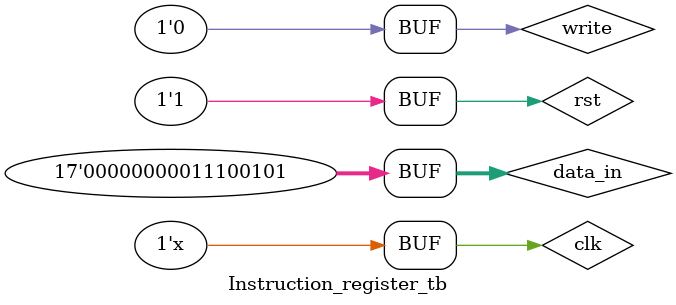
<source format=v>
module Instruction_register_tb;
     reg clk,write,rst;
     reg [16:0] data_in;

     wire[16:0] data_out;

     parameter clk_period = 10;

    Instruction_register ir_1(clk,write,rst,data_in,data_out);
    initial begin
       clk = 0;
    end
     
     always 
       #(clk_period/2) clk = ~clk;


     initial
         begin
            rst = 0; write = 0;
            #(clk_period)

            data_in  =16'b00100100; write = 1;
            #clk_period

            data_in  =16'b11100101; write = 0;
            #clk_period

            rst = 1;
        end 
endmodule
     
</source>
